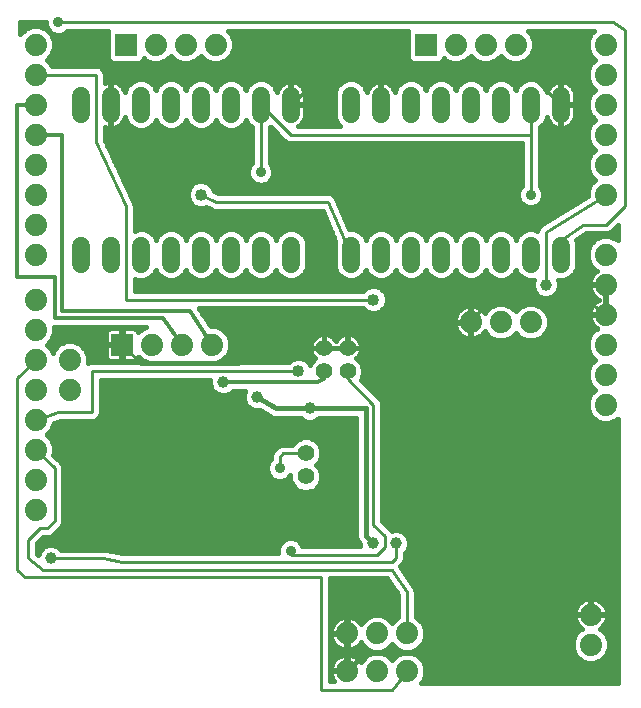
<source format=gbl>
G75*
%MOIN*%
%OFA0B0*%
%FSLAX25Y25*%
%IPPOS*%
%LPD*%
%AMOC8*
5,1,8,0,0,1.08239X$1,22.5*
%
%ADD10C,0.06000*%
%ADD11R,0.07400X0.07400*%
%ADD12C,0.07400*%
%ADD13C,0.05543*%
%ADD14C,0.01000*%
%ADD15C,0.01600*%
%ADD16C,0.03962*%
%ADD17C,0.01200*%
%ADD18C,0.04000*%
%ADD19C,0.03569*%
D10*
X0123000Y0210010D02*
X0123000Y0216010D01*
X0133000Y0216010D02*
X0133000Y0210010D01*
X0143000Y0210010D02*
X0143000Y0216010D01*
X0153000Y0216010D02*
X0153000Y0210010D01*
X0163000Y0210010D02*
X0163000Y0216010D01*
X0173000Y0216010D02*
X0173000Y0210010D01*
X0183000Y0210010D02*
X0183000Y0216010D01*
X0193000Y0216010D02*
X0193000Y0210010D01*
X0213000Y0210010D02*
X0213000Y0216010D01*
X0223000Y0216010D02*
X0223000Y0210010D01*
X0233000Y0210010D02*
X0233000Y0216010D01*
X0243000Y0216010D02*
X0243000Y0210010D01*
X0253000Y0210010D02*
X0253000Y0216010D01*
X0263000Y0216010D02*
X0263000Y0210010D01*
X0273000Y0210010D02*
X0273000Y0216010D01*
X0283000Y0216010D02*
X0283000Y0210010D01*
X0283000Y0260010D02*
X0283000Y0266010D01*
X0273000Y0266010D02*
X0273000Y0260010D01*
X0263000Y0260010D02*
X0263000Y0266010D01*
X0253000Y0266010D02*
X0253000Y0260010D01*
X0243000Y0260010D02*
X0243000Y0266010D01*
X0233000Y0266010D02*
X0233000Y0260010D01*
X0223000Y0260010D02*
X0223000Y0266010D01*
X0213000Y0266010D02*
X0213000Y0260010D01*
X0193000Y0260010D02*
X0193000Y0266010D01*
X0183000Y0266010D02*
X0183000Y0260010D01*
X0173000Y0260010D02*
X0173000Y0266010D01*
X0163000Y0266010D02*
X0163000Y0260010D01*
X0153000Y0260010D02*
X0153000Y0266010D01*
X0143000Y0266010D02*
X0143000Y0260010D01*
X0133000Y0260010D02*
X0133000Y0266010D01*
X0123000Y0266010D02*
X0123000Y0260010D01*
D11*
X0138000Y0283010D03*
X0238000Y0283010D03*
X0136750Y0183010D03*
D12*
X0146750Y0183010D03*
X0156750Y0183010D03*
X0166750Y0183010D03*
X0119250Y0178010D03*
X0119250Y0168010D03*
X0108000Y0168010D03*
X0108000Y0158010D03*
X0108000Y0148010D03*
X0108000Y0138010D03*
X0108000Y0128010D03*
X0108000Y0178010D03*
X0108000Y0188010D03*
X0108000Y0198010D03*
X0108000Y0213010D03*
X0108000Y0223010D03*
X0108000Y0233010D03*
X0108000Y0243010D03*
X0108000Y0253010D03*
X0108000Y0263010D03*
X0108000Y0273010D03*
X0108000Y0283010D03*
X0148000Y0283010D03*
X0158000Y0283010D03*
X0168000Y0283010D03*
X0248000Y0283010D03*
X0258000Y0283010D03*
X0268000Y0283010D03*
X0298000Y0283010D03*
X0298000Y0273010D03*
X0298000Y0263010D03*
X0298000Y0253010D03*
X0298000Y0243010D03*
X0298000Y0233010D03*
X0298000Y0213010D03*
X0298000Y0203010D03*
X0298000Y0193010D03*
X0298000Y0183010D03*
X0298000Y0173010D03*
X0298000Y0163010D03*
X0273000Y0190510D03*
X0263000Y0190510D03*
X0253000Y0190510D03*
X0293000Y0093010D03*
X0293000Y0083010D03*
X0231750Y0086760D03*
X0221750Y0086760D03*
X0211750Y0086760D03*
X0211750Y0074260D03*
X0221750Y0074260D03*
X0231750Y0074260D03*
D13*
X0198000Y0139073D03*
X0198000Y0146947D03*
X0204063Y0174073D03*
X0211937Y0174073D03*
X0211937Y0181947D03*
X0204063Y0181947D03*
D14*
X0104250Y0105510D02*
X0101750Y0108010D01*
X0101750Y0171760D01*
X0108000Y0178010D01*
X0115500Y0160510D02*
X0108000Y0158010D01*
X0115500Y0160510D02*
X0126750Y0160510D01*
X0126750Y0174260D01*
X0195500Y0174260D01*
X0204063Y0181947D02*
X0180687Y0181947D01*
X0175500Y0176760D01*
X0143000Y0176760D02*
X0136750Y0183010D01*
X0138000Y0198010D02*
X0138000Y0229260D01*
X0128000Y0250510D01*
X0128000Y0273010D01*
X0108000Y0273010D01*
X0115500Y0290510D02*
X0300500Y0290510D01*
X0304250Y0288010D01*
X0304250Y0229260D01*
X0298000Y0223010D01*
X0290500Y0223010D01*
X0283000Y0218010D01*
X0283000Y0213010D01*
X0278000Y0220510D02*
X0278000Y0203010D01*
X0293000Y0196760D02*
X0258000Y0196760D01*
X0253000Y0190510D01*
X0238000Y0190510D01*
X0220500Y0198010D02*
X0138000Y0198010D01*
X0163000Y0233010D02*
X0168000Y0230510D01*
X0205500Y0230510D01*
X0213000Y0213010D01*
X0183000Y0240510D02*
X0183000Y0263010D01*
X0193000Y0253010D01*
X0273000Y0253010D01*
X0273000Y0233010D01*
X0278000Y0220510D02*
X0298000Y0233010D01*
X0273000Y0253010D02*
X0273000Y0263010D01*
X0273000Y0273010D02*
X0223000Y0273010D01*
X0203000Y0273010D01*
X0193000Y0263010D01*
X0223000Y0263010D02*
X0223000Y0273010D01*
X0273000Y0273010D02*
X0283000Y0263010D01*
X0293000Y0196760D02*
X0298000Y0193010D01*
X0224250Y0119260D02*
X0224250Y0115510D01*
X0221750Y0113010D01*
X0193000Y0113010D01*
X0193000Y0114260D01*
X0203000Y0105510D02*
X0104250Y0105510D01*
X0105500Y0111760D02*
X0105500Y0118010D01*
X0109250Y0121760D01*
X0111750Y0121760D01*
X0114250Y0124260D01*
X0114250Y0141760D01*
X0108000Y0148010D01*
X0105500Y0111760D02*
X0110500Y0108010D01*
X0226750Y0108010D01*
X0231750Y0100510D01*
X0231750Y0086760D01*
X0231750Y0074260D02*
X0226750Y0068010D01*
X0203000Y0068010D01*
X0203000Y0105510D01*
X0220500Y0123010D02*
X0224250Y0119260D01*
X0228000Y0116760D02*
X0228000Y0111760D01*
X0226750Y0110510D01*
X0136750Y0110510D01*
X0130500Y0111760D01*
X0113000Y0111760D01*
X0189250Y0141760D02*
X0189250Y0145510D01*
X0190500Y0146760D01*
X0197813Y0146760D01*
X0198000Y0146947D01*
X0220500Y0163010D02*
X0211937Y0171573D01*
X0211937Y0174073D01*
X0220500Y0163010D02*
X0220500Y0123010D01*
D15*
X0223400Y0124211D02*
X0225893Y0121718D01*
X0226663Y0120948D01*
X0227129Y0121141D01*
X0228871Y0121141D01*
X0230482Y0120474D01*
X0231714Y0119242D01*
X0232381Y0117631D01*
X0232381Y0115889D01*
X0231714Y0114278D01*
X0230900Y0113464D01*
X0230900Y0111183D01*
X0230458Y0110117D01*
X0229482Y0109140D01*
X0234004Y0102358D01*
X0234208Y0102153D01*
X0234321Y0101882D01*
X0234483Y0101639D01*
X0234539Y0101354D01*
X0234650Y0101087D01*
X0234650Y0100794D01*
X0234707Y0100507D01*
X0234650Y0100223D01*
X0234650Y0092161D01*
X0235205Y0091931D01*
X0236921Y0090215D01*
X0237850Y0087973D01*
X0237850Y0085547D01*
X0236921Y0083305D01*
X0235205Y0081589D01*
X0232963Y0080660D01*
X0230537Y0080660D01*
X0228295Y0081589D01*
X0226750Y0083133D01*
X0225205Y0081589D01*
X0222963Y0080660D01*
X0220537Y0080660D01*
X0218295Y0081589D01*
X0216579Y0083305D01*
X0216382Y0083779D01*
X0215945Y0083177D01*
X0215333Y0082565D01*
X0214633Y0082056D01*
X0213861Y0081663D01*
X0213038Y0081395D01*
X0212183Y0081260D01*
X0211950Y0081260D01*
X0211950Y0086560D01*
X0211550Y0086560D01*
X0211550Y0081260D01*
X0211317Y0081260D01*
X0210462Y0081395D01*
X0209639Y0081663D01*
X0208867Y0082056D01*
X0208167Y0082565D01*
X0207555Y0083177D01*
X0207046Y0083877D01*
X0206653Y0084649D01*
X0206385Y0085472D01*
X0206250Y0086327D01*
X0206250Y0086560D01*
X0211550Y0086560D01*
X0211550Y0086960D01*
X0211550Y0092260D01*
X0211317Y0092260D01*
X0210462Y0092125D01*
X0209639Y0091857D01*
X0208867Y0091464D01*
X0208167Y0090955D01*
X0207555Y0090343D01*
X0207046Y0089643D01*
X0206653Y0088871D01*
X0206385Y0088048D01*
X0206250Y0087193D01*
X0206250Y0086960D01*
X0211550Y0086960D01*
X0211950Y0086960D01*
X0211950Y0092260D01*
X0212183Y0092260D01*
X0213038Y0092125D01*
X0213861Y0091857D01*
X0214633Y0091464D01*
X0215333Y0090955D01*
X0215945Y0090343D01*
X0216382Y0089741D01*
X0216579Y0090215D01*
X0218295Y0091931D01*
X0220537Y0092860D01*
X0222963Y0092860D01*
X0225205Y0091931D01*
X0226750Y0090387D01*
X0228295Y0091931D01*
X0228850Y0092161D01*
X0228850Y0099632D01*
X0225198Y0105110D01*
X0205900Y0105110D01*
X0205900Y0070910D01*
X0207386Y0070910D01*
X0207046Y0071377D01*
X0206653Y0072149D01*
X0206385Y0072972D01*
X0206250Y0073827D01*
X0206250Y0074060D01*
X0211550Y0074060D01*
X0211550Y0074460D01*
X0211550Y0079760D01*
X0211317Y0079760D01*
X0210462Y0079625D01*
X0209639Y0079357D01*
X0208867Y0078964D01*
X0208167Y0078455D01*
X0207555Y0077843D01*
X0207046Y0077143D01*
X0206653Y0076371D01*
X0206385Y0075548D01*
X0206250Y0074693D01*
X0206250Y0074460D01*
X0211550Y0074460D01*
X0211950Y0074460D01*
X0211950Y0079760D01*
X0212183Y0079760D01*
X0213038Y0079625D01*
X0213861Y0079357D01*
X0214633Y0078964D01*
X0215333Y0078455D01*
X0215945Y0077843D01*
X0216382Y0077241D01*
X0216579Y0077715D01*
X0218295Y0079431D01*
X0220537Y0080360D01*
X0222963Y0080360D01*
X0225205Y0079431D01*
X0226750Y0077887D01*
X0228295Y0079431D01*
X0230537Y0080360D01*
X0232963Y0080360D01*
X0235205Y0079431D01*
X0236921Y0077715D01*
X0237850Y0075473D01*
X0237850Y0073047D01*
X0236921Y0070805D01*
X0236427Y0070310D01*
X0301901Y0070310D01*
X0301901Y0158284D01*
X0301455Y0157839D01*
X0299213Y0156910D01*
X0296787Y0156910D01*
X0294545Y0157839D01*
X0292829Y0159555D01*
X0291900Y0161797D01*
X0291900Y0164223D01*
X0292829Y0166465D01*
X0294373Y0168010D01*
X0292829Y0169555D01*
X0291900Y0171797D01*
X0291900Y0174223D01*
X0292829Y0176465D01*
X0294373Y0178010D01*
X0292829Y0179555D01*
X0291900Y0181797D01*
X0291900Y0184223D01*
X0292829Y0186465D01*
X0294545Y0188181D01*
X0295019Y0188378D01*
X0294417Y0188815D01*
X0293805Y0189427D01*
X0293296Y0190127D01*
X0292903Y0190899D01*
X0292635Y0191722D01*
X0292500Y0192577D01*
X0292500Y0192810D01*
X0297800Y0192810D01*
X0297800Y0193210D01*
X0297800Y0202810D01*
X0292500Y0202810D01*
X0292500Y0202577D01*
X0292635Y0201722D01*
X0292903Y0200899D01*
X0293296Y0200127D01*
X0293805Y0199427D01*
X0294417Y0198815D01*
X0295117Y0198306D01*
X0295698Y0198010D01*
X0295117Y0197714D01*
X0294417Y0197205D01*
X0293805Y0196593D01*
X0293296Y0195893D01*
X0292903Y0195121D01*
X0292635Y0194298D01*
X0292500Y0193443D01*
X0292500Y0193210D01*
X0297800Y0193210D01*
X0298200Y0193210D01*
X0298200Y0198510D01*
X0298200Y0202810D01*
X0297800Y0202810D01*
X0297800Y0203210D01*
X0292500Y0203210D01*
X0292500Y0203443D01*
X0292635Y0204298D01*
X0292903Y0205121D01*
X0293296Y0205893D01*
X0293805Y0206593D01*
X0294417Y0207205D01*
X0295019Y0207642D01*
X0294545Y0207839D01*
X0292829Y0209555D01*
X0291900Y0211797D01*
X0291900Y0214223D01*
X0292829Y0216465D01*
X0294545Y0218181D01*
X0296787Y0219110D01*
X0299213Y0219110D01*
X0301455Y0218181D01*
X0301901Y0217736D01*
X0301901Y0222810D01*
X0299643Y0220552D01*
X0298577Y0220110D01*
X0291378Y0220110D01*
X0288062Y0217899D01*
X0288400Y0217084D01*
X0288400Y0208936D01*
X0287578Y0206951D01*
X0286059Y0205432D01*
X0284074Y0204610D01*
X0282079Y0204610D01*
X0282381Y0203881D01*
X0282381Y0202139D01*
X0281714Y0200528D01*
X0280482Y0199296D01*
X0278871Y0198629D01*
X0277129Y0198629D01*
X0275518Y0199296D01*
X0274286Y0200528D01*
X0273619Y0202139D01*
X0273619Y0203881D01*
X0273921Y0204610D01*
X0271926Y0204610D01*
X0269941Y0205432D01*
X0268422Y0206951D01*
X0268000Y0207970D01*
X0267578Y0206951D01*
X0266059Y0205432D01*
X0264074Y0204610D01*
X0261926Y0204610D01*
X0259941Y0205432D01*
X0258422Y0206951D01*
X0258000Y0207970D01*
X0257578Y0206951D01*
X0256059Y0205432D01*
X0254074Y0204610D01*
X0251926Y0204610D01*
X0249941Y0205432D01*
X0248422Y0206951D01*
X0248000Y0207970D01*
X0247578Y0206951D01*
X0246059Y0205432D01*
X0244074Y0204610D01*
X0241926Y0204610D01*
X0239941Y0205432D01*
X0238422Y0206951D01*
X0238000Y0207970D01*
X0237578Y0206951D01*
X0236059Y0205432D01*
X0234074Y0204610D01*
X0231926Y0204610D01*
X0229941Y0205432D01*
X0228422Y0206951D01*
X0228000Y0207970D01*
X0227578Y0206951D01*
X0226059Y0205432D01*
X0224074Y0204610D01*
X0221926Y0204610D01*
X0219941Y0205432D01*
X0218422Y0206951D01*
X0218000Y0207970D01*
X0217578Y0206951D01*
X0216059Y0205432D01*
X0214074Y0204610D01*
X0211926Y0204610D01*
X0209941Y0205432D01*
X0208422Y0206951D01*
X0207600Y0208936D01*
X0207600Y0217084D01*
X0207845Y0217676D01*
X0203588Y0227610D01*
X0168471Y0227610D01*
X0168370Y0227576D01*
X0167897Y0227610D01*
X0167423Y0227610D01*
X0167325Y0227651D01*
X0167219Y0227658D01*
X0166795Y0227870D01*
X0166357Y0228052D01*
X0166282Y0228127D01*
X0164663Y0228936D01*
X0163875Y0228610D01*
X0162125Y0228610D01*
X0160508Y0229280D01*
X0159270Y0230518D01*
X0158600Y0232135D01*
X0158600Y0233885D01*
X0159270Y0235502D01*
X0160508Y0236740D01*
X0162125Y0237410D01*
X0163875Y0237410D01*
X0165492Y0236740D01*
X0166730Y0235502D01*
X0167313Y0234096D01*
X0168685Y0233410D01*
X0205482Y0233410D01*
X0206041Y0233417D01*
X0206058Y0233410D01*
X0206077Y0233410D01*
X0206594Y0233196D01*
X0207113Y0232988D01*
X0207126Y0232976D01*
X0207143Y0232968D01*
X0207538Y0232573D01*
X0207938Y0232183D01*
X0207945Y0232166D01*
X0207958Y0232153D01*
X0208173Y0231636D01*
X0212555Y0221410D01*
X0214074Y0221410D01*
X0216059Y0220588D01*
X0217578Y0219069D01*
X0218000Y0218050D01*
X0218422Y0219069D01*
X0219941Y0220588D01*
X0221926Y0221410D01*
X0224074Y0221410D01*
X0226059Y0220588D01*
X0227578Y0219069D01*
X0228000Y0218050D01*
X0228422Y0219069D01*
X0229941Y0220588D01*
X0231926Y0221410D01*
X0234074Y0221410D01*
X0236059Y0220588D01*
X0237578Y0219069D01*
X0238000Y0218050D01*
X0238422Y0219069D01*
X0239941Y0220588D01*
X0241926Y0221410D01*
X0244074Y0221410D01*
X0246059Y0220588D01*
X0247578Y0219069D01*
X0248000Y0218050D01*
X0248422Y0219069D01*
X0249941Y0220588D01*
X0251926Y0221410D01*
X0254074Y0221410D01*
X0256059Y0220588D01*
X0257578Y0219069D01*
X0258000Y0218050D01*
X0258422Y0219069D01*
X0259941Y0220588D01*
X0261926Y0221410D01*
X0264074Y0221410D01*
X0266059Y0220588D01*
X0267578Y0219069D01*
X0268000Y0218050D01*
X0268422Y0219069D01*
X0269941Y0220588D01*
X0271926Y0221410D01*
X0274074Y0221410D01*
X0275100Y0220985D01*
X0275100Y0221087D01*
X0275228Y0221397D01*
X0275304Y0221724D01*
X0275447Y0221925D01*
X0275541Y0222153D01*
X0275779Y0222390D01*
X0275974Y0222663D01*
X0276183Y0222794D01*
X0276357Y0222968D01*
X0276667Y0223097D01*
X0291900Y0232617D01*
X0291900Y0234223D01*
X0292829Y0236465D01*
X0294373Y0238010D01*
X0292829Y0239555D01*
X0291900Y0241797D01*
X0291900Y0244223D01*
X0292829Y0246465D01*
X0294373Y0248010D01*
X0292829Y0249555D01*
X0291900Y0251797D01*
X0291900Y0254223D01*
X0292829Y0256465D01*
X0294373Y0258010D01*
X0292829Y0259555D01*
X0291900Y0261797D01*
X0291900Y0264223D01*
X0292829Y0266465D01*
X0294373Y0268010D01*
X0292829Y0269555D01*
X0291900Y0271797D01*
X0291900Y0274223D01*
X0292829Y0276465D01*
X0294373Y0278010D01*
X0292829Y0279555D01*
X0291900Y0281797D01*
X0291900Y0284223D01*
X0292829Y0286465D01*
X0293973Y0287610D01*
X0272027Y0287610D01*
X0273171Y0286465D01*
X0274100Y0284223D01*
X0274100Y0281797D01*
X0273171Y0279555D01*
X0271455Y0277839D01*
X0269213Y0276910D01*
X0266787Y0276910D01*
X0264545Y0277839D01*
X0263000Y0279383D01*
X0261455Y0277839D01*
X0259213Y0276910D01*
X0256787Y0276910D01*
X0254545Y0277839D01*
X0253000Y0279383D01*
X0251455Y0277839D01*
X0249213Y0276910D01*
X0246787Y0276910D01*
X0244545Y0277839D01*
X0243939Y0278444D01*
X0243735Y0277951D01*
X0243059Y0277275D01*
X0242177Y0276910D01*
X0233823Y0276910D01*
X0232941Y0277275D01*
X0232265Y0277951D01*
X0231900Y0278833D01*
X0231900Y0287187D01*
X0232075Y0287610D01*
X0172027Y0287610D01*
X0173171Y0286465D01*
X0174100Y0284223D01*
X0174100Y0281797D01*
X0173171Y0279555D01*
X0171455Y0277839D01*
X0169213Y0276910D01*
X0166787Y0276910D01*
X0164545Y0277839D01*
X0163000Y0279383D01*
X0161455Y0277839D01*
X0159213Y0276910D01*
X0156787Y0276910D01*
X0154545Y0277839D01*
X0153000Y0279383D01*
X0151455Y0277839D01*
X0149213Y0276910D01*
X0146787Y0276910D01*
X0144545Y0277839D01*
X0143939Y0278444D01*
X0143735Y0277951D01*
X0143059Y0277275D01*
X0142177Y0276910D01*
X0133823Y0276910D01*
X0132941Y0277275D01*
X0132265Y0277951D01*
X0131900Y0278833D01*
X0131900Y0287187D01*
X0132075Y0287610D01*
X0118517Y0287610D01*
X0117870Y0286963D01*
X0116332Y0286326D01*
X0114668Y0286326D01*
X0113130Y0286963D01*
X0111953Y0288140D01*
X0111316Y0289678D01*
X0111316Y0290671D01*
X0102800Y0290671D01*
X0102800Y0286396D01*
X0102829Y0286465D01*
X0104545Y0288181D01*
X0106787Y0289110D01*
X0109213Y0289110D01*
X0111455Y0288181D01*
X0113171Y0286465D01*
X0114100Y0284223D01*
X0114100Y0281797D01*
X0113171Y0279555D01*
X0111627Y0278010D01*
X0113171Y0276465D01*
X0113401Y0275910D01*
X0128577Y0275910D01*
X0129643Y0275468D01*
X0130458Y0274653D01*
X0130900Y0273587D01*
X0130900Y0270327D01*
X0131157Y0270458D01*
X0131876Y0270692D01*
X0132622Y0270810D01*
X0132800Y0270810D01*
X0132800Y0263210D01*
X0133200Y0263210D01*
X0133200Y0270810D01*
X0133378Y0270810D01*
X0134124Y0270692D01*
X0134843Y0270458D01*
X0135516Y0270115D01*
X0136127Y0269671D01*
X0136661Y0269137D01*
X0137105Y0268526D01*
X0137448Y0267853D01*
X0137655Y0267217D01*
X0138422Y0269069D01*
X0139941Y0270588D01*
X0141926Y0271410D01*
X0144074Y0271410D01*
X0146059Y0270588D01*
X0147578Y0269069D01*
X0148000Y0268050D01*
X0148422Y0269069D01*
X0149941Y0270588D01*
X0151926Y0271410D01*
X0154074Y0271410D01*
X0156059Y0270588D01*
X0157578Y0269069D01*
X0158000Y0268050D01*
X0158422Y0269069D01*
X0159941Y0270588D01*
X0161926Y0271410D01*
X0164074Y0271410D01*
X0166059Y0270588D01*
X0167578Y0269069D01*
X0168000Y0268050D01*
X0168422Y0269069D01*
X0169941Y0270588D01*
X0171926Y0271410D01*
X0174074Y0271410D01*
X0176059Y0270588D01*
X0177578Y0269069D01*
X0178000Y0268050D01*
X0178422Y0269069D01*
X0179941Y0270588D01*
X0181926Y0271410D01*
X0184074Y0271410D01*
X0186059Y0270588D01*
X0187578Y0269069D01*
X0188345Y0267217D01*
X0188552Y0267853D01*
X0188895Y0268526D01*
X0189339Y0269137D01*
X0189873Y0269671D01*
X0190484Y0270115D01*
X0191157Y0270458D01*
X0191876Y0270692D01*
X0192622Y0270810D01*
X0192800Y0270810D01*
X0192800Y0263210D01*
X0193200Y0263210D01*
X0193200Y0270810D01*
X0193378Y0270810D01*
X0194124Y0270692D01*
X0194843Y0270458D01*
X0195516Y0270115D01*
X0196127Y0269671D01*
X0196661Y0269137D01*
X0197105Y0268526D01*
X0197448Y0267853D01*
X0197682Y0267134D01*
X0197800Y0266388D01*
X0197800Y0263210D01*
X0193200Y0263210D01*
X0193200Y0262810D01*
X0197800Y0262810D01*
X0197800Y0259632D01*
X0197682Y0258886D01*
X0197448Y0258167D01*
X0197105Y0257494D01*
X0196661Y0256883D01*
X0196127Y0256349D01*
X0195523Y0255910D01*
X0209463Y0255910D01*
X0208422Y0256951D01*
X0207600Y0258936D01*
X0207600Y0267084D01*
X0208422Y0269069D01*
X0209941Y0270588D01*
X0211926Y0271410D01*
X0214074Y0271410D01*
X0216059Y0270588D01*
X0217578Y0269069D01*
X0218345Y0267217D01*
X0218552Y0267853D01*
X0218895Y0268526D01*
X0219339Y0269137D01*
X0219873Y0269671D01*
X0220484Y0270115D01*
X0221157Y0270458D01*
X0221876Y0270692D01*
X0222622Y0270810D01*
X0222800Y0270810D01*
X0222800Y0263210D01*
X0223200Y0263210D01*
X0223200Y0270810D01*
X0223378Y0270810D01*
X0224124Y0270692D01*
X0224843Y0270458D01*
X0225516Y0270115D01*
X0226127Y0269671D01*
X0226661Y0269137D01*
X0227105Y0268526D01*
X0227448Y0267853D01*
X0227655Y0267217D01*
X0228422Y0269069D01*
X0229941Y0270588D01*
X0231926Y0271410D01*
X0234074Y0271410D01*
X0236059Y0270588D01*
X0237578Y0269069D01*
X0238000Y0268050D01*
X0238422Y0269069D01*
X0239941Y0270588D01*
X0241926Y0271410D01*
X0244074Y0271410D01*
X0246059Y0270588D01*
X0247578Y0269069D01*
X0248000Y0268050D01*
X0248422Y0269069D01*
X0249941Y0270588D01*
X0251926Y0271410D01*
X0254074Y0271410D01*
X0256059Y0270588D01*
X0257578Y0269069D01*
X0258000Y0268050D01*
X0258422Y0269069D01*
X0259941Y0270588D01*
X0261926Y0271410D01*
X0264074Y0271410D01*
X0266059Y0270588D01*
X0267578Y0269069D01*
X0268000Y0268050D01*
X0268422Y0269069D01*
X0269941Y0270588D01*
X0271926Y0271410D01*
X0274074Y0271410D01*
X0276059Y0270588D01*
X0277578Y0269069D01*
X0278345Y0267217D01*
X0278552Y0267853D01*
X0278895Y0268526D01*
X0279339Y0269137D01*
X0279873Y0269671D01*
X0280484Y0270115D01*
X0281157Y0270458D01*
X0281876Y0270692D01*
X0282622Y0270810D01*
X0282800Y0270810D01*
X0282800Y0263210D01*
X0283200Y0263210D01*
X0283200Y0270810D01*
X0283378Y0270810D01*
X0284124Y0270692D01*
X0284843Y0270458D01*
X0285516Y0270115D01*
X0286127Y0269671D01*
X0286661Y0269137D01*
X0287105Y0268526D01*
X0287448Y0267853D01*
X0287682Y0267134D01*
X0287800Y0266388D01*
X0287800Y0263210D01*
X0283200Y0263210D01*
X0283200Y0262810D01*
X0287800Y0262810D01*
X0287800Y0259632D01*
X0287682Y0258886D01*
X0287448Y0258167D01*
X0287105Y0257494D01*
X0286661Y0256883D01*
X0286127Y0256349D01*
X0285516Y0255905D01*
X0284843Y0255562D01*
X0284124Y0255328D01*
X0283378Y0255210D01*
X0283200Y0255210D01*
X0283200Y0262810D01*
X0282800Y0262810D01*
X0282800Y0255210D01*
X0282622Y0255210D01*
X0281876Y0255328D01*
X0281157Y0255562D01*
X0280484Y0255905D01*
X0279873Y0256349D01*
X0279339Y0256883D01*
X0278895Y0257494D01*
X0278552Y0258167D01*
X0278345Y0258803D01*
X0277578Y0256951D01*
X0276059Y0255432D01*
X0275900Y0255366D01*
X0275900Y0236027D01*
X0276547Y0235380D01*
X0277184Y0233842D01*
X0277184Y0232178D01*
X0276547Y0230640D01*
X0275370Y0229463D01*
X0273832Y0228826D01*
X0272168Y0228826D01*
X0270630Y0229463D01*
X0269453Y0230640D01*
X0268816Y0232178D01*
X0268816Y0233842D01*
X0269453Y0235380D01*
X0270100Y0236027D01*
X0270100Y0250110D01*
X0192423Y0250110D01*
X0191357Y0250552D01*
X0190541Y0251367D01*
X0186268Y0255641D01*
X0186059Y0255432D01*
X0185900Y0255366D01*
X0185900Y0243527D01*
X0186547Y0242880D01*
X0187184Y0241342D01*
X0187184Y0239678D01*
X0186547Y0238140D01*
X0185370Y0236963D01*
X0183832Y0236326D01*
X0182168Y0236326D01*
X0180630Y0236963D01*
X0179453Y0238140D01*
X0178816Y0239678D01*
X0178816Y0241342D01*
X0179453Y0242880D01*
X0180100Y0243527D01*
X0180100Y0255366D01*
X0179941Y0255432D01*
X0178422Y0256951D01*
X0178000Y0257970D01*
X0177578Y0256951D01*
X0176059Y0255432D01*
X0174074Y0254610D01*
X0171926Y0254610D01*
X0169941Y0255432D01*
X0168422Y0256951D01*
X0168000Y0257970D01*
X0167578Y0256951D01*
X0166059Y0255432D01*
X0164074Y0254610D01*
X0161926Y0254610D01*
X0159941Y0255432D01*
X0158422Y0256951D01*
X0158000Y0257970D01*
X0157578Y0256951D01*
X0156059Y0255432D01*
X0154074Y0254610D01*
X0151926Y0254610D01*
X0149941Y0255432D01*
X0148422Y0256951D01*
X0148000Y0257970D01*
X0147578Y0256951D01*
X0146059Y0255432D01*
X0144074Y0254610D01*
X0141926Y0254610D01*
X0139941Y0255432D01*
X0138422Y0256951D01*
X0137655Y0258803D01*
X0137448Y0258167D01*
X0137105Y0257494D01*
X0136661Y0256883D01*
X0136127Y0256349D01*
X0135516Y0255905D01*
X0134843Y0255562D01*
X0134124Y0255328D01*
X0133378Y0255210D01*
X0133200Y0255210D01*
X0133200Y0262810D01*
X0132800Y0262810D01*
X0132800Y0255210D01*
X0132622Y0255210D01*
X0131876Y0255328D01*
X0131157Y0255562D01*
X0130900Y0255693D01*
X0130900Y0251158D01*
X0140408Y0230953D01*
X0140458Y0230903D01*
X0140653Y0230433D01*
X0140870Y0229973D01*
X0140873Y0229902D01*
X0140900Y0229837D01*
X0140900Y0229328D01*
X0140924Y0228820D01*
X0140900Y0228754D01*
X0140900Y0220985D01*
X0141926Y0221410D01*
X0144074Y0221410D01*
X0146059Y0220588D01*
X0147578Y0219069D01*
X0148000Y0218050D01*
X0148422Y0219069D01*
X0149941Y0220588D01*
X0151926Y0221410D01*
X0154074Y0221410D01*
X0156059Y0220588D01*
X0157578Y0219069D01*
X0158000Y0218050D01*
X0158422Y0219069D01*
X0159941Y0220588D01*
X0161926Y0221410D01*
X0164074Y0221410D01*
X0166059Y0220588D01*
X0167578Y0219069D01*
X0168000Y0218050D01*
X0168422Y0219069D01*
X0169941Y0220588D01*
X0171926Y0221410D01*
X0174074Y0221410D01*
X0176059Y0220588D01*
X0177578Y0219069D01*
X0178000Y0218050D01*
X0178422Y0219069D01*
X0179941Y0220588D01*
X0181926Y0221410D01*
X0184074Y0221410D01*
X0186059Y0220588D01*
X0187578Y0219069D01*
X0188000Y0218050D01*
X0188422Y0219069D01*
X0189941Y0220588D01*
X0191926Y0221410D01*
X0194074Y0221410D01*
X0196059Y0220588D01*
X0197578Y0219069D01*
X0198400Y0217084D01*
X0198400Y0208936D01*
X0197578Y0206951D01*
X0196059Y0205432D01*
X0194074Y0204610D01*
X0191926Y0204610D01*
X0189941Y0205432D01*
X0188422Y0206951D01*
X0188000Y0207970D01*
X0187578Y0206951D01*
X0186059Y0205432D01*
X0184074Y0204610D01*
X0181926Y0204610D01*
X0179941Y0205432D01*
X0178422Y0206951D01*
X0178000Y0207970D01*
X0177578Y0206951D01*
X0176059Y0205432D01*
X0174074Y0204610D01*
X0171926Y0204610D01*
X0169941Y0205432D01*
X0168422Y0206951D01*
X0168000Y0207970D01*
X0167578Y0206951D01*
X0166059Y0205432D01*
X0164074Y0204610D01*
X0161926Y0204610D01*
X0159941Y0205432D01*
X0158422Y0206951D01*
X0158000Y0207970D01*
X0157578Y0206951D01*
X0156059Y0205432D01*
X0154074Y0204610D01*
X0151926Y0204610D01*
X0149941Y0205432D01*
X0148422Y0206951D01*
X0148000Y0207970D01*
X0147578Y0206951D01*
X0146059Y0205432D01*
X0144074Y0204610D01*
X0141926Y0204610D01*
X0140900Y0205035D01*
X0140900Y0200910D01*
X0217177Y0200910D01*
X0218008Y0201740D01*
X0219625Y0202410D01*
X0221375Y0202410D01*
X0222992Y0201740D01*
X0224230Y0200502D01*
X0224900Y0198885D01*
X0224900Y0197135D01*
X0224230Y0195518D01*
X0222992Y0194280D01*
X0221375Y0193610D01*
X0219625Y0193610D01*
X0218008Y0194280D01*
X0217177Y0195110D01*
X0162289Y0195110D01*
X0166289Y0189110D01*
X0167963Y0189110D01*
X0170205Y0188181D01*
X0171921Y0186465D01*
X0172850Y0184223D01*
X0172850Y0181797D01*
X0171921Y0179555D01*
X0170205Y0177839D01*
X0168567Y0177160D01*
X0192177Y0177160D01*
X0193008Y0177990D01*
X0194625Y0178660D01*
X0196375Y0178660D01*
X0197992Y0177990D01*
X0199230Y0176752D01*
X0199403Y0176336D01*
X0199679Y0177002D01*
X0201115Y0178438D01*
X0201085Y0178460D01*
X0200576Y0178969D01*
X0200153Y0179551D01*
X0199826Y0180192D01*
X0199604Y0180876D01*
X0199491Y0181587D01*
X0199491Y0181861D01*
X0203977Y0181861D01*
X0203977Y0182033D01*
X0203977Y0186519D01*
X0203703Y0186519D01*
X0202992Y0186406D01*
X0202308Y0186184D01*
X0201667Y0185857D01*
X0201085Y0185434D01*
X0200576Y0184925D01*
X0200153Y0184343D01*
X0199826Y0183702D01*
X0199604Y0183018D01*
X0199491Y0182307D01*
X0199491Y0182033D01*
X0203977Y0182033D01*
X0204149Y0182033D01*
X0211851Y0182033D01*
X0211851Y0186519D01*
X0211577Y0186519D01*
X0210866Y0186406D01*
X0210182Y0186184D01*
X0209541Y0185857D01*
X0208959Y0185434D01*
X0208450Y0184925D01*
X0208027Y0184343D01*
X0208000Y0184290D01*
X0207973Y0184343D01*
X0207550Y0184925D01*
X0207041Y0185434D01*
X0206459Y0185857D01*
X0205818Y0186184D01*
X0205134Y0186406D01*
X0204423Y0186519D01*
X0204149Y0186519D01*
X0204149Y0182033D01*
X0204149Y0181861D01*
X0207365Y0181861D01*
X0211851Y0181861D01*
X0211851Y0182033D01*
X0212023Y0182033D01*
X0212023Y0186519D01*
X0212297Y0186519D01*
X0213008Y0186406D01*
X0213692Y0186184D01*
X0214333Y0185857D01*
X0214915Y0185434D01*
X0215424Y0184925D01*
X0215847Y0184343D01*
X0216174Y0183702D01*
X0216396Y0183018D01*
X0216509Y0182307D01*
X0216509Y0182033D01*
X0212023Y0182033D01*
X0212023Y0181861D01*
X0216509Y0181861D01*
X0216509Y0181587D01*
X0216396Y0180876D01*
X0216174Y0180192D01*
X0215847Y0179551D01*
X0215424Y0178969D01*
X0214915Y0178460D01*
X0214885Y0178438D01*
X0216321Y0177002D01*
X0217109Y0175102D01*
X0217109Y0173044D01*
X0216364Y0171247D01*
X0222143Y0165468D01*
X0222958Y0164653D01*
X0223400Y0163587D01*
X0223400Y0124211D01*
X0223400Y0124497D02*
X0301901Y0124497D01*
X0301901Y0126095D02*
X0223400Y0126095D01*
X0223400Y0127694D02*
X0301901Y0127694D01*
X0301901Y0129292D02*
X0223400Y0129292D01*
X0223400Y0130891D02*
X0301901Y0130891D01*
X0301901Y0132489D02*
X0223400Y0132489D01*
X0223400Y0134088D02*
X0301901Y0134088D01*
X0301901Y0135686D02*
X0223400Y0135686D01*
X0223400Y0137285D02*
X0301901Y0137285D01*
X0301901Y0138883D02*
X0223400Y0138883D01*
X0223400Y0140482D02*
X0301901Y0140482D01*
X0301901Y0142080D02*
X0223400Y0142080D01*
X0223400Y0143679D02*
X0301901Y0143679D01*
X0301901Y0145278D02*
X0223400Y0145278D01*
X0223400Y0146876D02*
X0301901Y0146876D01*
X0301901Y0148475D02*
X0223400Y0148475D01*
X0223400Y0150073D02*
X0301901Y0150073D01*
X0301901Y0151672D02*
X0223400Y0151672D01*
X0223400Y0153270D02*
X0301901Y0153270D01*
X0301901Y0154869D02*
X0223400Y0154869D01*
X0223400Y0156467D02*
X0301901Y0156467D01*
X0301901Y0158066D02*
X0301682Y0158066D01*
X0294318Y0158066D02*
X0223400Y0158066D01*
X0223400Y0159664D02*
X0292783Y0159664D01*
X0292121Y0161263D02*
X0223400Y0161263D01*
X0223400Y0162861D02*
X0291900Y0162861D01*
X0291998Y0164460D02*
X0223038Y0164460D01*
X0221553Y0166058D02*
X0292660Y0166058D01*
X0294020Y0167657D02*
X0219955Y0167657D01*
X0218356Y0169255D02*
X0293128Y0169255D01*
X0292291Y0170854D02*
X0216758Y0170854D01*
X0216863Y0172452D02*
X0291900Y0172452D01*
X0291900Y0174051D02*
X0217109Y0174051D01*
X0216882Y0175649D02*
X0292491Y0175649D01*
X0293611Y0177248D02*
X0216076Y0177248D01*
X0215302Y0178846D02*
X0293537Y0178846D01*
X0292460Y0180445D02*
X0216256Y0180445D01*
X0216509Y0182043D02*
X0291900Y0182043D01*
X0291900Y0183642D02*
X0216193Y0183642D01*
X0215109Y0185240D02*
X0251420Y0185240D01*
X0251712Y0185145D02*
X0252567Y0185010D01*
X0252800Y0185010D01*
X0252800Y0190310D01*
X0247500Y0190310D01*
X0247500Y0190077D01*
X0247635Y0189222D01*
X0247903Y0188399D01*
X0248296Y0187627D01*
X0248805Y0186927D01*
X0249417Y0186315D01*
X0250117Y0185806D01*
X0250889Y0185413D01*
X0251712Y0185145D01*
X0252800Y0185240D02*
X0253200Y0185240D01*
X0253200Y0185010D02*
X0253433Y0185010D01*
X0254288Y0185145D01*
X0255111Y0185413D01*
X0255883Y0185806D01*
X0256583Y0186315D01*
X0257195Y0186927D01*
X0257632Y0187529D01*
X0257829Y0187055D01*
X0259545Y0185339D01*
X0261787Y0184410D01*
X0264213Y0184410D01*
X0266455Y0185339D01*
X0268000Y0186883D01*
X0269545Y0185339D01*
X0271787Y0184410D01*
X0274213Y0184410D01*
X0276455Y0185339D01*
X0278171Y0187055D01*
X0279100Y0189297D01*
X0279100Y0191723D01*
X0278171Y0193965D01*
X0276455Y0195681D01*
X0274213Y0196610D01*
X0271787Y0196610D01*
X0269545Y0195681D01*
X0268000Y0194137D01*
X0266455Y0195681D01*
X0264213Y0196610D01*
X0261787Y0196610D01*
X0259545Y0195681D01*
X0257829Y0193965D01*
X0257632Y0193491D01*
X0257195Y0194093D01*
X0256583Y0194705D01*
X0255883Y0195214D01*
X0255111Y0195607D01*
X0254288Y0195875D01*
X0253433Y0196010D01*
X0253200Y0196010D01*
X0253200Y0190710D01*
X0252800Y0190710D01*
X0252800Y0196010D01*
X0252567Y0196010D01*
X0251712Y0195875D01*
X0250889Y0195607D01*
X0250117Y0195214D01*
X0249417Y0194705D01*
X0248805Y0194093D01*
X0248296Y0193393D01*
X0247903Y0192621D01*
X0247635Y0191798D01*
X0247500Y0190943D01*
X0247500Y0190710D01*
X0252800Y0190710D01*
X0252800Y0190310D01*
X0253200Y0190310D01*
X0253200Y0185010D01*
X0254580Y0185240D02*
X0259782Y0185240D01*
X0258044Y0186839D02*
X0257107Y0186839D01*
X0253200Y0186839D02*
X0252800Y0186839D01*
X0252800Y0188437D02*
X0253200Y0188437D01*
X0253200Y0190036D02*
X0252800Y0190036D01*
X0252800Y0191634D02*
X0253200Y0191634D01*
X0253200Y0193233D02*
X0252800Y0193233D01*
X0252800Y0194831D02*
X0253200Y0194831D01*
X0256409Y0194831D02*
X0258695Y0194831D01*
X0261352Y0196430D02*
X0224608Y0196430D01*
X0224900Y0198028D02*
X0295662Y0198028D01*
X0297800Y0198028D02*
X0298200Y0198028D01*
X0298200Y0196430D02*
X0297800Y0196430D01*
X0297800Y0194831D02*
X0298200Y0194831D01*
X0298200Y0193233D02*
X0297800Y0193233D01*
X0294937Y0188437D02*
X0278744Y0188437D01*
X0279100Y0190036D02*
X0293362Y0190036D01*
X0292664Y0191634D02*
X0279100Y0191634D01*
X0278475Y0193233D02*
X0292500Y0193233D01*
X0292809Y0194831D02*
X0277305Y0194831D01*
X0274648Y0196430D02*
X0293686Y0196430D01*
X0293660Y0199627D02*
X0280813Y0199627D01*
X0282003Y0201225D02*
X0292797Y0201225D01*
X0292676Y0204422D02*
X0282157Y0204422D01*
X0282381Y0202824D02*
X0297800Y0202824D01*
X0297800Y0201225D02*
X0298200Y0201225D01*
X0298200Y0199627D02*
X0297800Y0199627D01*
X0293389Y0206021D02*
X0286648Y0206021D01*
X0287855Y0207619D02*
X0294987Y0207619D01*
X0293165Y0209218D02*
X0288400Y0209218D01*
X0288400Y0210816D02*
X0292306Y0210816D01*
X0291900Y0212415D02*
X0288400Y0212415D01*
X0288400Y0214013D02*
X0291900Y0214013D01*
X0292475Y0215612D02*
X0288400Y0215612D01*
X0288348Y0217211D02*
X0293574Y0217211D01*
X0296060Y0218809D02*
X0289427Y0218809D01*
X0299295Y0220408D02*
X0301901Y0220408D01*
X0301901Y0222006D02*
X0301097Y0222006D01*
X0301901Y0218809D02*
X0299940Y0218809D01*
X0290268Y0231597D02*
X0276944Y0231597D01*
X0277184Y0233196D02*
X0291900Y0233196D01*
X0292136Y0234794D02*
X0276790Y0234794D01*
X0275900Y0236393D02*
X0292799Y0236393D01*
X0294354Y0237991D02*
X0275900Y0237991D01*
X0275900Y0239590D02*
X0292814Y0239590D01*
X0292152Y0241188D02*
X0275900Y0241188D01*
X0275900Y0242787D02*
X0291900Y0242787D01*
X0291967Y0244385D02*
X0275900Y0244385D01*
X0275900Y0245984D02*
X0292629Y0245984D01*
X0293946Y0247582D02*
X0275900Y0247582D01*
X0275900Y0249181D02*
X0293203Y0249181D01*
X0292321Y0250779D02*
X0275900Y0250779D01*
X0275900Y0252378D02*
X0291900Y0252378D01*
X0291900Y0253976D02*
X0275900Y0253976D01*
X0276202Y0255575D02*
X0281132Y0255575D01*
X0282800Y0255575D02*
X0283200Y0255575D01*
X0283200Y0257173D02*
X0282800Y0257173D01*
X0282800Y0258772D02*
X0283200Y0258772D01*
X0283200Y0260370D02*
X0282800Y0260370D01*
X0282800Y0261969D02*
X0283200Y0261969D01*
X0283200Y0263567D02*
X0282800Y0263567D01*
X0282800Y0265166D02*
X0283200Y0265166D01*
X0283200Y0266764D02*
X0282800Y0266764D01*
X0282800Y0268363D02*
X0283200Y0268363D01*
X0283200Y0269961D02*
X0282800Y0269961D01*
X0280272Y0269961D02*
X0276685Y0269961D01*
X0277870Y0268363D02*
X0278812Y0268363D01*
X0285728Y0269961D02*
X0292660Y0269961D01*
X0291998Y0271560D02*
X0130900Y0271560D01*
X0130900Y0273158D02*
X0291900Y0273158D01*
X0292121Y0274757D02*
X0130354Y0274757D01*
X0132264Y0277954D02*
X0111683Y0277954D01*
X0113169Y0279552D02*
X0131900Y0279552D01*
X0131900Y0281151D02*
X0113833Y0281151D01*
X0114100Y0282749D02*
X0131900Y0282749D01*
X0131900Y0284348D02*
X0114048Y0284348D01*
X0113386Y0285947D02*
X0131900Y0285947D01*
X0132048Y0287545D02*
X0118452Y0287545D01*
X0112548Y0287545D02*
X0112092Y0287545D01*
X0111537Y0289144D02*
X0102800Y0289144D01*
X0102800Y0287545D02*
X0103908Y0287545D01*
X0113217Y0276355D02*
X0292783Y0276355D01*
X0294317Y0277954D02*
X0271571Y0277954D01*
X0273169Y0279552D02*
X0292831Y0279552D01*
X0292167Y0281151D02*
X0273833Y0281151D01*
X0274100Y0282749D02*
X0291900Y0282749D01*
X0291952Y0284348D02*
X0274048Y0284348D01*
X0273386Y0285947D02*
X0292614Y0285947D01*
X0293908Y0287545D02*
X0272092Y0287545D01*
X0264429Y0277954D02*
X0261571Y0277954D01*
X0254429Y0277954D02*
X0251571Y0277954D01*
X0244429Y0277954D02*
X0243736Y0277954D01*
X0246685Y0269961D02*
X0249315Y0269961D01*
X0248130Y0268363D02*
X0247870Y0268363D01*
X0256685Y0269961D02*
X0259315Y0269961D01*
X0258130Y0268363D02*
X0257870Y0268363D01*
X0266685Y0269961D02*
X0269315Y0269961D01*
X0268130Y0268363D02*
X0267870Y0268363D01*
X0278332Y0258772D02*
X0278355Y0258772D01*
X0277670Y0257173D02*
X0279128Y0257173D01*
X0284868Y0255575D02*
X0292460Y0255575D01*
X0293537Y0257173D02*
X0286872Y0257173D01*
X0287645Y0258772D02*
X0293611Y0258772D01*
X0292491Y0260370D02*
X0287800Y0260370D01*
X0287800Y0261969D02*
X0291900Y0261969D01*
X0291900Y0263567D02*
X0287800Y0263567D01*
X0287800Y0265166D02*
X0292290Y0265166D01*
X0293128Y0266764D02*
X0287740Y0266764D01*
X0287188Y0268363D02*
X0294020Y0268363D01*
X0270100Y0249181D02*
X0185900Y0249181D01*
X0185900Y0250779D02*
X0191130Y0250779D01*
X0189531Y0252378D02*
X0185900Y0252378D01*
X0185900Y0253976D02*
X0187932Y0253976D01*
X0186334Y0255575D02*
X0186202Y0255575D01*
X0180100Y0253976D02*
X0130900Y0253976D01*
X0130900Y0252378D02*
X0180100Y0252378D01*
X0180100Y0250779D02*
X0131078Y0250779D01*
X0131831Y0249181D02*
X0180100Y0249181D01*
X0180100Y0247582D02*
X0132583Y0247582D01*
X0133335Y0245984D02*
X0180100Y0245984D01*
X0180100Y0244385D02*
X0134087Y0244385D01*
X0134840Y0242787D02*
X0179414Y0242787D01*
X0178816Y0241188D02*
X0135592Y0241188D01*
X0136344Y0239590D02*
X0178852Y0239590D01*
X0179601Y0237991D02*
X0137096Y0237991D01*
X0137849Y0236393D02*
X0160160Y0236393D01*
X0158977Y0234794D02*
X0138601Y0234794D01*
X0139353Y0233196D02*
X0158600Y0233196D01*
X0158823Y0231597D02*
X0140105Y0231597D01*
X0140857Y0229999D02*
X0159789Y0229999D01*
X0165735Y0228400D02*
X0140900Y0228400D01*
X0140900Y0226802D02*
X0203934Y0226802D01*
X0204619Y0225203D02*
X0140900Y0225203D01*
X0140900Y0223605D02*
X0205304Y0223605D01*
X0205989Y0222006D02*
X0140900Y0222006D01*
X0146239Y0220408D02*
X0149761Y0220408D01*
X0148314Y0218809D02*
X0147686Y0218809D01*
X0156239Y0220408D02*
X0159761Y0220408D01*
X0158314Y0218809D02*
X0157686Y0218809D01*
X0166239Y0220408D02*
X0169761Y0220408D01*
X0168314Y0218809D02*
X0167686Y0218809D01*
X0176239Y0220408D02*
X0179761Y0220408D01*
X0178314Y0218809D02*
X0177686Y0218809D01*
X0186239Y0220408D02*
X0189761Y0220408D01*
X0188314Y0218809D02*
X0187686Y0218809D01*
X0196239Y0220408D02*
X0206675Y0220408D01*
X0207360Y0218809D02*
X0197686Y0218809D01*
X0198348Y0217211D02*
X0207652Y0217211D01*
X0207600Y0215612D02*
X0198400Y0215612D01*
X0198400Y0214013D02*
X0207600Y0214013D01*
X0207600Y0212415D02*
X0198400Y0212415D01*
X0198400Y0210816D02*
X0207600Y0210816D01*
X0207600Y0209218D02*
X0198400Y0209218D01*
X0197855Y0207619D02*
X0208145Y0207619D01*
X0209352Y0206021D02*
X0196648Y0206021D01*
X0189352Y0206021D02*
X0186648Y0206021D01*
X0187855Y0207619D02*
X0188145Y0207619D01*
X0179352Y0206021D02*
X0176648Y0206021D01*
X0177855Y0207619D02*
X0178145Y0207619D01*
X0169352Y0206021D02*
X0166648Y0206021D01*
X0167855Y0207619D02*
X0168145Y0207619D01*
X0159352Y0206021D02*
X0156648Y0206021D01*
X0157855Y0207619D02*
X0158145Y0207619D01*
X0149352Y0206021D02*
X0146648Y0206021D01*
X0147855Y0207619D02*
X0148145Y0207619D01*
X0140900Y0204422D02*
X0273843Y0204422D01*
X0273619Y0202824D02*
X0140900Y0202824D01*
X0140900Y0201225D02*
X0217493Y0201225D01*
X0216648Y0206021D02*
X0219352Y0206021D01*
X0218145Y0207619D02*
X0217855Y0207619D01*
X0223507Y0201225D02*
X0273997Y0201225D01*
X0275187Y0199627D02*
X0224593Y0199627D01*
X0223544Y0194831D02*
X0249591Y0194831D01*
X0248215Y0193233D02*
X0163540Y0193233D01*
X0162475Y0194831D02*
X0217456Y0194831D01*
X0212023Y0185240D02*
X0211851Y0185240D01*
X0211851Y0183642D02*
X0212023Y0183642D01*
X0212023Y0182043D02*
X0211851Y0182043D01*
X0208765Y0185240D02*
X0207235Y0185240D01*
X0204149Y0185240D02*
X0203977Y0185240D01*
X0203977Y0183642D02*
X0204149Y0183642D01*
X0204149Y0182043D02*
X0203977Y0182043D01*
X0200891Y0185240D02*
X0172429Y0185240D01*
X0172850Y0183642D02*
X0199807Y0183642D01*
X0199491Y0182043D02*
X0172850Y0182043D01*
X0172290Y0180445D02*
X0199744Y0180445D01*
X0200698Y0178846D02*
X0171213Y0178846D01*
X0168779Y0177248D02*
X0192265Y0177248D01*
X0198735Y0177248D02*
X0199924Y0177248D01*
X0199250Y0161760D02*
X0188000Y0161760D01*
X0181750Y0165510D01*
X0177836Y0167510D02*
X0177369Y0166381D01*
X0177369Y0164639D01*
X0178036Y0163028D01*
X0179268Y0161796D01*
X0180879Y0161129D01*
X0182621Y0161129D01*
X0182746Y0161181D01*
X0186016Y0159219D01*
X0186187Y0159047D01*
X0186557Y0158894D01*
X0186899Y0158689D01*
X0187139Y0158653D01*
X0187363Y0158560D01*
X0187763Y0158560D01*
X0188159Y0158501D01*
X0188394Y0158560D01*
X0196254Y0158560D01*
X0196768Y0158046D01*
X0198379Y0157379D01*
X0200121Y0157379D01*
X0201732Y0158046D01*
X0202246Y0158560D01*
X0214800Y0158560D01*
X0214800Y0118623D01*
X0215287Y0117447D01*
X0216119Y0116616D01*
X0216119Y0115910D01*
X0196846Y0115910D01*
X0196547Y0116630D01*
X0195370Y0117807D01*
X0193832Y0118444D01*
X0192168Y0118444D01*
X0190630Y0117807D01*
X0189453Y0116630D01*
X0188816Y0115092D01*
X0188816Y0113428D01*
X0188823Y0113410D01*
X0137037Y0113410D01*
X0131347Y0114548D01*
X0131077Y0114660D01*
X0130787Y0114660D01*
X0130503Y0114717D01*
X0130216Y0114660D01*
X0116296Y0114660D01*
X0115482Y0115474D01*
X0113871Y0116141D01*
X0112129Y0116141D01*
X0110518Y0115474D01*
X0109286Y0114242D01*
X0108750Y0112948D01*
X0108400Y0113210D01*
X0108400Y0116809D01*
X0110451Y0118860D01*
X0112327Y0118860D01*
X0113393Y0119302D01*
X0115893Y0121802D01*
X0116708Y0122617D01*
X0117150Y0123683D01*
X0117150Y0142337D01*
X0116708Y0143403D01*
X0113870Y0146241D01*
X0114100Y0146797D01*
X0114100Y0149223D01*
X0113171Y0151465D01*
X0111627Y0153010D01*
X0113171Y0154555D01*
X0114100Y0156797D01*
X0114100Y0156986D01*
X0115971Y0157610D01*
X0127327Y0157610D01*
X0128393Y0158052D01*
X0129208Y0158867D01*
X0129650Y0159933D01*
X0129650Y0171360D01*
X0166119Y0171360D01*
X0166119Y0169639D01*
X0166786Y0168028D01*
X0168018Y0166796D01*
X0169629Y0166129D01*
X0171371Y0166129D01*
X0172982Y0166796D01*
X0173696Y0167510D01*
X0177836Y0167510D01*
X0177369Y0166058D02*
X0129650Y0166058D01*
X0129650Y0164460D02*
X0177443Y0164460D01*
X0178203Y0162861D02*
X0129650Y0162861D01*
X0129650Y0161263D02*
X0180556Y0161263D01*
X0185273Y0159664D02*
X0129539Y0159664D01*
X0128407Y0158066D02*
X0196749Y0158066D01*
X0199250Y0161760D02*
X0218000Y0161760D01*
X0218000Y0119260D01*
X0220500Y0116760D01*
X0216119Y0116504D02*
X0196599Y0116504D01*
X0194657Y0118103D02*
X0215016Y0118103D01*
X0214800Y0119701D02*
X0113793Y0119701D01*
X0115391Y0121300D02*
X0214800Y0121300D01*
X0214800Y0122898D02*
X0116825Y0122898D01*
X0117150Y0124497D02*
X0214800Y0124497D01*
X0214800Y0126095D02*
X0117150Y0126095D01*
X0117150Y0127694D02*
X0214800Y0127694D01*
X0214800Y0129292D02*
X0117150Y0129292D01*
X0117150Y0130891D02*
X0214800Y0130891D01*
X0214800Y0132489D02*
X0117150Y0132489D01*
X0117150Y0134088D02*
X0196521Y0134088D01*
X0196971Y0133901D02*
X0199029Y0133901D01*
X0200930Y0134689D01*
X0202384Y0136143D01*
X0203172Y0138044D01*
X0203172Y0140102D01*
X0202384Y0142002D01*
X0201377Y0143010D01*
X0202384Y0144017D01*
X0203172Y0145918D01*
X0203172Y0147976D01*
X0202384Y0149877D01*
X0200930Y0151331D01*
X0199029Y0152119D01*
X0196971Y0152119D01*
X0195070Y0151331D01*
X0193616Y0149877D01*
X0193526Y0149660D01*
X0189923Y0149660D01*
X0188857Y0149218D01*
X0188041Y0148403D01*
X0186791Y0147153D01*
X0186350Y0146087D01*
X0186350Y0144777D01*
X0185703Y0144130D01*
X0185066Y0142592D01*
X0185066Y0140928D01*
X0185703Y0139390D01*
X0186880Y0138213D01*
X0188418Y0137576D01*
X0190082Y0137576D01*
X0191620Y0138213D01*
X0192797Y0139390D01*
X0192828Y0139465D01*
X0192828Y0138044D01*
X0193616Y0136143D01*
X0195070Y0134689D01*
X0196971Y0133901D01*
X0199479Y0134088D02*
X0214800Y0134088D01*
X0214800Y0135686D02*
X0201927Y0135686D01*
X0202857Y0137285D02*
X0214800Y0137285D01*
X0214800Y0138883D02*
X0203172Y0138883D01*
X0203014Y0140482D02*
X0214800Y0140482D01*
X0214800Y0142080D02*
X0202306Y0142080D01*
X0202046Y0143679D02*
X0214800Y0143679D01*
X0214800Y0145278D02*
X0202906Y0145278D01*
X0203172Y0146876D02*
X0214800Y0146876D01*
X0214800Y0148475D02*
X0202965Y0148475D01*
X0202188Y0150073D02*
X0214800Y0150073D01*
X0214800Y0151672D02*
X0200108Y0151672D01*
X0195892Y0151672D02*
X0112965Y0151672D01*
X0113748Y0150073D02*
X0193812Y0150073D01*
X0188113Y0148475D02*
X0114100Y0148475D01*
X0114100Y0146876D02*
X0186677Y0146876D01*
X0186350Y0145278D02*
X0114834Y0145278D01*
X0116432Y0143679D02*
X0185516Y0143679D01*
X0185066Y0142080D02*
X0117150Y0142080D01*
X0117150Y0140482D02*
X0185250Y0140482D01*
X0186209Y0138883D02*
X0117150Y0138883D01*
X0117150Y0137285D02*
X0193143Y0137285D01*
X0192828Y0138883D02*
X0192291Y0138883D01*
X0194073Y0135686D02*
X0117150Y0135686D01*
X0111887Y0153270D02*
X0214800Y0153270D01*
X0214800Y0154869D02*
X0113301Y0154869D01*
X0113963Y0156467D02*
X0214800Y0156467D01*
X0214800Y0158066D02*
X0201751Y0158066D01*
X0175500Y0176760D02*
X0143000Y0176760D01*
X0143295Y0177839D02*
X0144933Y0177160D01*
X0126173Y0177160D01*
X0125350Y0176819D01*
X0125350Y0179223D01*
X0124421Y0181465D01*
X0122705Y0183181D01*
X0120463Y0184110D01*
X0118037Y0184110D01*
X0115795Y0183181D01*
X0114079Y0181465D01*
X0113625Y0180370D01*
X0113171Y0181465D01*
X0111627Y0183010D01*
X0113171Y0184555D01*
X0114100Y0186797D01*
X0114100Y0188760D01*
X0144692Y0188760D01*
X0143295Y0188181D01*
X0142210Y0187097D01*
X0142127Y0187405D01*
X0141890Y0187815D01*
X0141555Y0188150D01*
X0141145Y0188387D01*
X0140687Y0188510D01*
X0136950Y0188510D01*
X0136950Y0183210D01*
X0136550Y0183210D01*
X0136550Y0188510D01*
X0132813Y0188510D01*
X0132355Y0188387D01*
X0131945Y0188150D01*
X0131610Y0187815D01*
X0131373Y0187405D01*
X0131250Y0186947D01*
X0131250Y0183210D01*
X0136550Y0183210D01*
X0136550Y0182810D01*
X0136950Y0182810D01*
X0136950Y0177510D01*
X0140687Y0177510D01*
X0141145Y0177633D01*
X0141555Y0177870D01*
X0141890Y0178205D01*
X0142127Y0178615D01*
X0142210Y0178923D01*
X0143295Y0177839D01*
X0142287Y0178846D02*
X0142189Y0178846D01*
X0144721Y0177248D02*
X0125350Y0177248D01*
X0125350Y0178846D02*
X0131311Y0178846D01*
X0131250Y0179073D02*
X0131373Y0178615D01*
X0131610Y0178205D01*
X0131945Y0177870D01*
X0132355Y0177633D01*
X0132813Y0177510D01*
X0136550Y0177510D01*
X0136550Y0182810D01*
X0131250Y0182810D01*
X0131250Y0179073D01*
X0131250Y0180445D02*
X0124844Y0180445D01*
X0123843Y0182043D02*
X0131250Y0182043D01*
X0131250Y0183642D02*
X0121594Y0183642D01*
X0116906Y0183642D02*
X0112258Y0183642D01*
X0112593Y0182043D02*
X0114657Y0182043D01*
X0113656Y0180445D02*
X0113594Y0180445D01*
X0113455Y0185240D02*
X0131250Y0185240D01*
X0131250Y0186839D02*
X0114100Y0186839D01*
X0114100Y0188437D02*
X0132542Y0188437D01*
X0136550Y0188437D02*
X0136950Y0188437D01*
X0136950Y0186839D02*
X0136550Y0186839D01*
X0136550Y0185240D02*
X0136950Y0185240D01*
X0136950Y0183642D02*
X0136550Y0183642D01*
X0136550Y0182043D02*
X0136950Y0182043D01*
X0136950Y0180445D02*
X0136550Y0180445D01*
X0136550Y0178846D02*
X0136950Y0178846D01*
X0140958Y0188437D02*
X0143913Y0188437D01*
X0129650Y0170854D02*
X0166119Y0170854D01*
X0166278Y0169255D02*
X0129650Y0169255D01*
X0129650Y0167657D02*
X0167158Y0167657D01*
X0171548Y0186839D02*
X0248893Y0186839D01*
X0247890Y0188437D02*
X0169587Y0188437D01*
X0165672Y0190036D02*
X0247507Y0190036D01*
X0247610Y0191634D02*
X0164606Y0191634D01*
X0167023Y0234794D02*
X0269210Y0234794D01*
X0268816Y0233196D02*
X0206594Y0233196D01*
X0208189Y0231597D02*
X0269056Y0231597D01*
X0270094Y0229999D02*
X0208874Y0229999D01*
X0209559Y0228400D02*
X0285152Y0228400D01*
X0282595Y0226802D02*
X0210244Y0226802D01*
X0210929Y0225203D02*
X0280037Y0225203D01*
X0277480Y0223605D02*
X0211615Y0223605D01*
X0212300Y0222006D02*
X0275481Y0222006D01*
X0269761Y0220408D02*
X0266239Y0220408D01*
X0267686Y0218809D02*
X0268314Y0218809D01*
X0259761Y0220408D02*
X0256239Y0220408D01*
X0257686Y0218809D02*
X0258314Y0218809D01*
X0249761Y0220408D02*
X0246239Y0220408D01*
X0247686Y0218809D02*
X0248314Y0218809D01*
X0239761Y0220408D02*
X0236239Y0220408D01*
X0237686Y0218809D02*
X0238314Y0218809D01*
X0229761Y0220408D02*
X0226239Y0220408D01*
X0227686Y0218809D02*
X0228314Y0218809D01*
X0219761Y0220408D02*
X0216239Y0220408D01*
X0217686Y0218809D02*
X0218314Y0218809D01*
X0227855Y0207619D02*
X0228145Y0207619D01*
X0229352Y0206021D02*
X0226648Y0206021D01*
X0236648Y0206021D02*
X0239352Y0206021D01*
X0238145Y0207619D02*
X0237855Y0207619D01*
X0246648Y0206021D02*
X0249352Y0206021D01*
X0248145Y0207619D02*
X0247855Y0207619D01*
X0256648Y0206021D02*
X0259352Y0206021D01*
X0258145Y0207619D02*
X0257855Y0207619D01*
X0266648Y0206021D02*
X0269352Y0206021D01*
X0268145Y0207619D02*
X0267855Y0207619D01*
X0264648Y0196430D02*
X0271352Y0196430D01*
X0268695Y0194831D02*
X0267305Y0194831D01*
X0267955Y0186839D02*
X0268044Y0186839D01*
X0269782Y0185240D02*
X0266218Y0185240D01*
X0276218Y0185240D02*
X0292321Y0185240D01*
X0293202Y0186839D02*
X0277955Y0186839D01*
X0275906Y0229999D02*
X0287710Y0229999D01*
X0270100Y0236393D02*
X0183994Y0236393D01*
X0182006Y0236393D02*
X0165840Y0236393D01*
X0166202Y0255575D02*
X0169798Y0255575D01*
X0168330Y0257173D02*
X0167670Y0257173D01*
X0176202Y0255575D02*
X0179798Y0255575D01*
X0178330Y0257173D02*
X0177670Y0257173D01*
X0185900Y0247582D02*
X0270100Y0247582D01*
X0270100Y0245984D02*
X0185900Y0245984D01*
X0185900Y0244385D02*
X0270100Y0244385D01*
X0270100Y0242787D02*
X0186586Y0242787D01*
X0187184Y0241188D02*
X0270100Y0241188D01*
X0270100Y0239590D02*
X0187148Y0239590D01*
X0186399Y0237991D02*
X0270100Y0237991D01*
X0239315Y0269961D02*
X0236685Y0269961D01*
X0237870Y0268363D02*
X0238130Y0268363D01*
X0229315Y0269961D02*
X0225728Y0269961D01*
X0227188Y0268363D02*
X0228130Y0268363D01*
X0223200Y0268363D02*
X0222800Y0268363D01*
X0222800Y0269961D02*
X0223200Y0269961D01*
X0220272Y0269961D02*
X0216685Y0269961D01*
X0217870Y0268363D02*
X0218812Y0268363D01*
X0222800Y0266764D02*
X0223200Y0266764D01*
X0223200Y0265166D02*
X0222800Y0265166D01*
X0222800Y0263567D02*
X0223200Y0263567D01*
X0209315Y0269961D02*
X0195728Y0269961D01*
X0197188Y0268363D02*
X0208130Y0268363D01*
X0207600Y0266764D02*
X0197740Y0266764D01*
X0197800Y0265166D02*
X0207600Y0265166D01*
X0207600Y0263567D02*
X0197800Y0263567D01*
X0197800Y0261969D02*
X0207600Y0261969D01*
X0207600Y0260370D02*
X0197800Y0260370D01*
X0197645Y0258772D02*
X0207668Y0258772D01*
X0208330Y0257173D02*
X0196872Y0257173D01*
X0193200Y0263567D02*
X0192800Y0263567D01*
X0192800Y0265166D02*
X0193200Y0265166D01*
X0193200Y0266764D02*
X0192800Y0266764D01*
X0192800Y0268363D02*
X0193200Y0268363D01*
X0193200Y0269961D02*
X0192800Y0269961D01*
X0190272Y0269961D02*
X0186685Y0269961D01*
X0187870Y0268363D02*
X0188812Y0268363D01*
X0179315Y0269961D02*
X0176685Y0269961D01*
X0177870Y0268363D02*
X0178130Y0268363D01*
X0169315Y0269961D02*
X0166685Y0269961D01*
X0167870Y0268363D02*
X0168130Y0268363D01*
X0159315Y0269961D02*
X0156685Y0269961D01*
X0157870Y0268363D02*
X0158130Y0268363D01*
X0149315Y0269961D02*
X0146685Y0269961D01*
X0147870Y0268363D02*
X0148130Y0268363D01*
X0139315Y0269961D02*
X0135728Y0269961D01*
X0137188Y0268363D02*
X0138130Y0268363D01*
X0133200Y0268363D02*
X0132800Y0268363D01*
X0132800Y0269961D02*
X0133200Y0269961D01*
X0133200Y0266764D02*
X0132800Y0266764D01*
X0132800Y0265166D02*
X0133200Y0265166D01*
X0133200Y0263567D02*
X0132800Y0263567D01*
X0132800Y0261969D02*
X0133200Y0261969D01*
X0133200Y0260370D02*
X0132800Y0260370D01*
X0132800Y0258772D02*
X0133200Y0258772D01*
X0133200Y0257173D02*
X0132800Y0257173D01*
X0132800Y0255575D02*
X0133200Y0255575D01*
X0134868Y0255575D02*
X0139798Y0255575D01*
X0138330Y0257173D02*
X0136872Y0257173D01*
X0137645Y0258772D02*
X0137668Y0258772D01*
X0131132Y0255575D02*
X0130900Y0255575D01*
X0146202Y0255575D02*
X0149798Y0255575D01*
X0148330Y0257173D02*
X0147670Y0257173D01*
X0156202Y0255575D02*
X0159798Y0255575D01*
X0158330Y0257173D02*
X0157670Y0257173D01*
X0154429Y0277954D02*
X0151571Y0277954D01*
X0144429Y0277954D02*
X0143736Y0277954D01*
X0161571Y0277954D02*
X0164429Y0277954D01*
X0171571Y0277954D02*
X0232264Y0277954D01*
X0231900Y0279552D02*
X0173169Y0279552D01*
X0173833Y0281151D02*
X0231900Y0281151D01*
X0231900Y0282749D02*
X0174100Y0282749D01*
X0174048Y0284348D02*
X0231900Y0284348D01*
X0231900Y0285947D02*
X0173386Y0285947D01*
X0172092Y0287545D02*
X0232048Y0287545D01*
X0266750Y0133010D02*
X0266750Y0126760D01*
X0253000Y0113010D01*
X0251750Y0110510D01*
X0234223Y0102118D02*
X0301901Y0102118D01*
X0301901Y0103716D02*
X0233098Y0103716D01*
X0232032Y0105315D02*
X0301901Y0105315D01*
X0301901Y0106913D02*
X0230967Y0106913D01*
X0229901Y0108512D02*
X0301901Y0108512D01*
X0301901Y0110110D02*
X0230451Y0110110D01*
X0230900Y0111709D02*
X0301901Y0111709D01*
X0301901Y0113307D02*
X0230900Y0113307D01*
X0231974Y0114906D02*
X0301901Y0114906D01*
X0301901Y0116504D02*
X0232381Y0116504D01*
X0232186Y0118103D02*
X0301901Y0118103D01*
X0301901Y0119701D02*
X0231254Y0119701D01*
X0226311Y0121300D02*
X0301901Y0121300D01*
X0301901Y0122898D02*
X0224713Y0122898D01*
X0226127Y0103716D02*
X0205900Y0103716D01*
X0205900Y0102118D02*
X0227193Y0102118D01*
X0228259Y0100519D02*
X0205900Y0100519D01*
X0205900Y0098921D02*
X0228850Y0098921D01*
X0228850Y0097322D02*
X0205900Y0097322D01*
X0205900Y0095724D02*
X0228850Y0095724D01*
X0228850Y0094125D02*
X0205900Y0094125D01*
X0205900Y0092527D02*
X0219732Y0092527D01*
X0217291Y0090928D02*
X0215360Y0090928D01*
X0211950Y0090928D02*
X0211550Y0090928D01*
X0211550Y0089330D02*
X0211950Y0089330D01*
X0211950Y0087731D02*
X0211550Y0087731D01*
X0211550Y0086133D02*
X0211950Y0086133D01*
X0211950Y0084534D02*
X0211550Y0084534D01*
X0211550Y0082936D02*
X0211950Y0082936D01*
X0211950Y0081337D02*
X0211550Y0081337D01*
X0210831Y0081337D02*
X0205900Y0081337D01*
X0205900Y0079739D02*
X0211182Y0079739D01*
X0211550Y0079739D02*
X0211950Y0079739D01*
X0212318Y0079739D02*
X0219036Y0079739D01*
X0218000Y0080510D02*
X0211750Y0074260D01*
X0211550Y0074943D02*
X0211950Y0074943D01*
X0211950Y0076542D02*
X0211550Y0076542D01*
X0211550Y0078140D02*
X0211950Y0078140D01*
X0212669Y0081337D02*
X0218902Y0081337D01*
X0218000Y0080510D02*
X0255500Y0080510D01*
X0258000Y0078010D01*
X0258000Y0076760D01*
X0237850Y0074943D02*
X0301901Y0074943D01*
X0301901Y0073345D02*
X0237850Y0073345D01*
X0237311Y0071746D02*
X0301901Y0071746D01*
X0301901Y0076542D02*
X0237408Y0076542D01*
X0236497Y0078140D02*
X0289243Y0078140D01*
X0289545Y0077839D02*
X0291787Y0076910D01*
X0294213Y0076910D01*
X0296455Y0077839D01*
X0298171Y0079555D01*
X0299100Y0081797D01*
X0299100Y0084223D01*
X0298171Y0086465D01*
X0296455Y0088181D01*
X0295981Y0088378D01*
X0296583Y0088815D01*
X0297195Y0089427D01*
X0297704Y0090127D01*
X0298097Y0090899D01*
X0298365Y0091722D01*
X0298500Y0092577D01*
X0298500Y0092810D01*
X0293200Y0092810D01*
X0293200Y0093210D01*
X0298500Y0093210D01*
X0298500Y0093443D01*
X0298365Y0094298D01*
X0298097Y0095121D01*
X0297704Y0095893D01*
X0297195Y0096593D01*
X0296583Y0097205D01*
X0295883Y0097714D01*
X0295111Y0098107D01*
X0294288Y0098375D01*
X0293433Y0098510D01*
X0293200Y0098510D01*
X0293200Y0093210D01*
X0292800Y0093210D01*
X0292800Y0098510D01*
X0292567Y0098510D01*
X0291712Y0098375D01*
X0290889Y0098107D01*
X0290117Y0097714D01*
X0289417Y0097205D01*
X0288805Y0096593D01*
X0288296Y0095893D01*
X0287903Y0095121D01*
X0287635Y0094298D01*
X0287500Y0093443D01*
X0287500Y0093210D01*
X0292800Y0093210D01*
X0292800Y0092810D01*
X0287500Y0092810D01*
X0287500Y0092577D01*
X0287635Y0091722D01*
X0287903Y0090899D01*
X0288296Y0090127D01*
X0288805Y0089427D01*
X0289417Y0088815D01*
X0290019Y0088378D01*
X0289545Y0088181D01*
X0287829Y0086465D01*
X0286900Y0084223D01*
X0286900Y0081797D01*
X0287829Y0079555D01*
X0289545Y0077839D01*
X0287752Y0079739D02*
X0234464Y0079739D01*
X0234598Y0081337D02*
X0287090Y0081337D01*
X0286900Y0082936D02*
X0236552Y0082936D01*
X0237431Y0084534D02*
X0287029Y0084534D01*
X0287691Y0086133D02*
X0237850Y0086133D01*
X0237850Y0087731D02*
X0289094Y0087731D01*
X0288902Y0089330D02*
X0237288Y0089330D01*
X0236209Y0090928D02*
X0287893Y0090928D01*
X0287508Y0092527D02*
X0234650Y0092527D01*
X0234650Y0094125D02*
X0287608Y0094125D01*
X0288210Y0095724D02*
X0234650Y0095724D01*
X0234650Y0097322D02*
X0289578Y0097322D01*
X0292800Y0097322D02*
X0293200Y0097322D01*
X0293200Y0095724D02*
X0292800Y0095724D01*
X0292800Y0094125D02*
X0293200Y0094125D01*
X0296422Y0097322D02*
X0301901Y0097322D01*
X0301901Y0095724D02*
X0297790Y0095724D01*
X0298392Y0094125D02*
X0301901Y0094125D01*
X0301901Y0092527D02*
X0298492Y0092527D01*
X0298107Y0090928D02*
X0301901Y0090928D01*
X0301901Y0089330D02*
X0297098Y0089330D01*
X0296906Y0087731D02*
X0301901Y0087731D01*
X0301901Y0086133D02*
X0298309Y0086133D01*
X0298971Y0084534D02*
X0301901Y0084534D01*
X0301901Y0082936D02*
X0299100Y0082936D01*
X0298910Y0081337D02*
X0301901Y0081337D01*
X0301901Y0079739D02*
X0298248Y0079739D01*
X0296757Y0078140D02*
X0301901Y0078140D01*
X0301901Y0098921D02*
X0234650Y0098921D01*
X0234704Y0100519D02*
X0301901Y0100519D01*
X0228850Y0092527D02*
X0223768Y0092527D01*
X0226209Y0090928D02*
X0227291Y0090928D01*
X0226948Y0082936D02*
X0226552Y0082936D01*
X0224598Y0081337D02*
X0228902Y0081337D01*
X0229036Y0079739D02*
X0224464Y0079739D01*
X0226497Y0078140D02*
X0227003Y0078140D01*
X0217003Y0078140D02*
X0215648Y0078140D01*
X0215704Y0082936D02*
X0216948Y0082936D01*
X0207796Y0082936D02*
X0205900Y0082936D01*
X0205900Y0084534D02*
X0206711Y0084534D01*
X0206281Y0086133D02*
X0205900Y0086133D01*
X0205900Y0087731D02*
X0206335Y0087731D01*
X0205900Y0089330D02*
X0206886Y0089330D01*
X0205900Y0090928D02*
X0208140Y0090928D01*
X0207852Y0078140D02*
X0205900Y0078140D01*
X0205900Y0076542D02*
X0206740Y0076542D01*
X0206290Y0074943D02*
X0205900Y0074943D01*
X0205900Y0073345D02*
X0206326Y0073345D01*
X0205900Y0071746D02*
X0206858Y0071746D01*
X0188816Y0114906D02*
X0116050Y0114906D01*
X0109950Y0114906D02*
X0108400Y0114906D01*
X0108400Y0116504D02*
X0189401Y0116504D01*
X0191343Y0118103D02*
X0109694Y0118103D01*
X0108899Y0113307D02*
X0108400Y0113307D01*
D16*
X0113000Y0111760D03*
X0136750Y0166760D03*
X0144250Y0166760D03*
X0170500Y0170510D03*
X0181750Y0165510D03*
X0199250Y0161760D03*
X0206750Y0145510D03*
X0206750Y0136760D03*
X0206750Y0128010D03*
X0206750Y0119260D03*
X0220500Y0116760D03*
X0228000Y0116760D03*
X0251750Y0110510D03*
X0266750Y0133010D03*
X0266750Y0145510D03*
X0261750Y0148010D03*
X0261750Y0154260D03*
X0266750Y0151760D03*
X0266750Y0158010D03*
X0261750Y0160510D03*
X0266750Y0164260D03*
X0261750Y0166760D03*
X0261750Y0173010D03*
X0266750Y0170510D03*
X0273000Y0168010D03*
X0278000Y0168010D03*
X0278000Y0163010D03*
X0278000Y0158010D03*
X0273000Y0158010D03*
X0273000Y0163010D03*
X0283000Y0163010D03*
X0283000Y0158010D03*
X0288000Y0158010D03*
X0288000Y0163010D03*
X0288000Y0168010D03*
X0283000Y0168010D03*
X0283000Y0173010D03*
X0288000Y0173010D03*
X0278000Y0173010D03*
X0273000Y0173010D03*
X0296750Y0153010D03*
X0300500Y0149260D03*
X0296750Y0145510D03*
X0300500Y0141760D03*
X0296750Y0138010D03*
X0300500Y0134260D03*
X0296750Y0130510D03*
X0300500Y0126760D03*
X0296750Y0123010D03*
X0300500Y0119260D03*
X0296750Y0115510D03*
X0283000Y0103010D03*
X0283000Y0095510D03*
X0258000Y0076760D03*
X0238000Y0190510D03*
X0225500Y0190510D03*
X0278000Y0203010D03*
X0283000Y0248010D03*
X0201750Y0278010D03*
X0193000Y0278010D03*
D17*
X0116750Y0253010D02*
X0108000Y0253010D01*
X0116750Y0253010D02*
X0116750Y0194260D01*
X0159250Y0194260D01*
X0166750Y0183010D01*
X0156750Y0183010D02*
X0150500Y0191760D01*
X0114250Y0191760D01*
X0114250Y0205510D01*
X0101750Y0205510D01*
X0101750Y0263010D01*
X0108000Y0263010D01*
X0170500Y0170510D02*
X0201750Y0170510D01*
X0204063Y0171573D01*
X0204063Y0174073D01*
X0204063Y0181947D02*
X0211937Y0181947D01*
X0216937Y0181947D01*
X0225500Y0190510D01*
D18*
X0220500Y0198010D03*
X0195500Y0174260D03*
X0163000Y0233010D03*
D19*
X0183000Y0240510D03*
X0115500Y0290510D03*
X0189250Y0141760D03*
X0193000Y0114260D03*
X0273000Y0233010D03*
M02*

</source>
